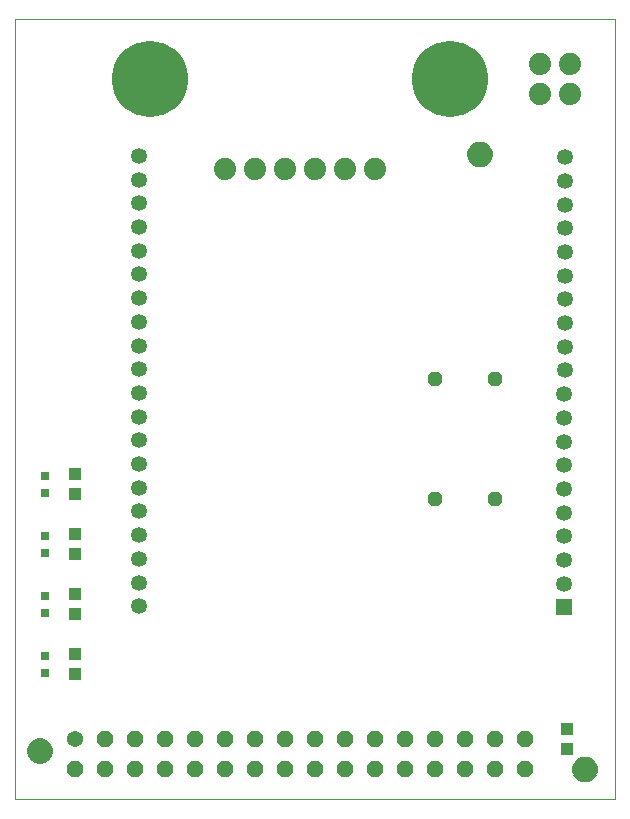
<source format=gts>
G75*
%MOIN*%
%OFA0B0*%
%FSLAX24Y24*%
%IPPOS*%
%LPD*%
%AMOC8*
5,1,8,0,0,1.08239X$1,22.5*
%
%ADD10C,0.0000*%
%ADD11C,0.2540*%
%ADD12C,0.1260*%
%ADD13C,0.0540*%
%ADD14OC8,0.0540*%
%ADD15R,0.0531X0.0531*%
%ADD16C,0.0531*%
%ADD17R,0.0394X0.0433*%
%ADD18OC8,0.0480*%
%ADD19R,0.0315X0.0315*%
%ADD20C,0.0740*%
%ADD21C,0.0050*%
D10*
X006110Y000150D02*
X006110Y026150D01*
X026110Y026150D01*
X026110Y017350D01*
X026109Y000148D01*
X006110Y000150D01*
X009980Y024150D02*
X009982Y024200D01*
X009988Y024250D01*
X009998Y024299D01*
X010012Y024347D01*
X010029Y024394D01*
X010050Y024439D01*
X010075Y024483D01*
X010103Y024524D01*
X010135Y024563D01*
X010169Y024600D01*
X010206Y024634D01*
X010246Y024664D01*
X010288Y024691D01*
X010332Y024715D01*
X010378Y024736D01*
X010425Y024752D01*
X010473Y024765D01*
X010523Y024774D01*
X010572Y024779D01*
X010623Y024780D01*
X010673Y024777D01*
X010722Y024770D01*
X010771Y024759D01*
X010819Y024744D01*
X010865Y024726D01*
X010910Y024704D01*
X010953Y024678D01*
X010994Y024649D01*
X011033Y024617D01*
X011069Y024582D01*
X011101Y024544D01*
X011131Y024504D01*
X011158Y024461D01*
X011181Y024417D01*
X011200Y024371D01*
X011216Y024323D01*
X011228Y024274D01*
X011236Y024225D01*
X011240Y024175D01*
X011240Y024125D01*
X011236Y024075D01*
X011228Y024026D01*
X011216Y023977D01*
X011200Y023929D01*
X011181Y023883D01*
X011158Y023839D01*
X011131Y023796D01*
X011101Y023756D01*
X011069Y023718D01*
X011033Y023683D01*
X010994Y023651D01*
X010953Y023622D01*
X010910Y023596D01*
X010865Y023574D01*
X010819Y023556D01*
X010771Y023541D01*
X010722Y023530D01*
X010673Y023523D01*
X010623Y023520D01*
X010572Y023521D01*
X010523Y023526D01*
X010473Y023535D01*
X010425Y023548D01*
X010378Y023564D01*
X010332Y023585D01*
X010288Y023609D01*
X010246Y023636D01*
X010206Y023666D01*
X010169Y023700D01*
X010135Y023737D01*
X010103Y023776D01*
X010075Y023817D01*
X010050Y023861D01*
X010029Y023906D01*
X010012Y023953D01*
X009998Y024001D01*
X009988Y024050D01*
X009982Y024100D01*
X009980Y024150D01*
X019980Y024150D02*
X019982Y024200D01*
X019988Y024250D01*
X019998Y024299D01*
X020012Y024347D01*
X020029Y024394D01*
X020050Y024439D01*
X020075Y024483D01*
X020103Y024524D01*
X020135Y024563D01*
X020169Y024600D01*
X020206Y024634D01*
X020246Y024664D01*
X020288Y024691D01*
X020332Y024715D01*
X020378Y024736D01*
X020425Y024752D01*
X020473Y024765D01*
X020523Y024774D01*
X020572Y024779D01*
X020623Y024780D01*
X020673Y024777D01*
X020722Y024770D01*
X020771Y024759D01*
X020819Y024744D01*
X020865Y024726D01*
X020910Y024704D01*
X020953Y024678D01*
X020994Y024649D01*
X021033Y024617D01*
X021069Y024582D01*
X021101Y024544D01*
X021131Y024504D01*
X021158Y024461D01*
X021181Y024417D01*
X021200Y024371D01*
X021216Y024323D01*
X021228Y024274D01*
X021236Y024225D01*
X021240Y024175D01*
X021240Y024125D01*
X021236Y024075D01*
X021228Y024026D01*
X021216Y023977D01*
X021200Y023929D01*
X021181Y023883D01*
X021158Y023839D01*
X021131Y023796D01*
X021101Y023756D01*
X021069Y023718D01*
X021033Y023683D01*
X020994Y023651D01*
X020953Y023622D01*
X020910Y023596D01*
X020865Y023574D01*
X020819Y023556D01*
X020771Y023541D01*
X020722Y023530D01*
X020673Y023523D01*
X020623Y023520D01*
X020572Y023521D01*
X020523Y023526D01*
X020473Y023535D01*
X020425Y023548D01*
X020378Y023564D01*
X020332Y023585D01*
X020288Y023609D01*
X020246Y023636D01*
X020206Y023666D01*
X020169Y023700D01*
X020135Y023737D01*
X020103Y023776D01*
X020075Y023817D01*
X020050Y023861D01*
X020029Y023906D01*
X020012Y023953D01*
X019998Y024001D01*
X019988Y024050D01*
X019982Y024100D01*
X019980Y024150D01*
D11*
X020610Y024150D03*
X010610Y024150D03*
D12*
X010610Y024150D03*
X020610Y024150D03*
D13*
X008110Y002150D03*
D14*
X008110Y001150D03*
X009110Y001150D03*
X010110Y001150D03*
X010110Y002150D03*
X009110Y002150D03*
X011110Y002150D03*
X012110Y002150D03*
X012110Y001150D03*
X011110Y001150D03*
X013110Y001150D03*
X014110Y001150D03*
X014110Y002150D03*
X013110Y002150D03*
X015110Y002150D03*
X016110Y002150D03*
X016110Y001150D03*
X015110Y001150D03*
X017110Y001150D03*
X018110Y001150D03*
X018110Y002150D03*
X017110Y002150D03*
X019110Y002150D03*
X020110Y002150D03*
X020110Y001150D03*
X019110Y001150D03*
X021110Y001150D03*
X022110Y001150D03*
X022110Y002150D03*
X021110Y002150D03*
X023110Y002150D03*
X023110Y001150D03*
D15*
X024410Y006550D03*
D16*
X024410Y007340D03*
X024410Y008130D03*
X024410Y008920D03*
X024410Y009710D03*
X024410Y010500D03*
X024410Y011290D03*
X024410Y012080D03*
X024410Y012870D03*
X024410Y013660D03*
X024430Y014450D03*
X024430Y015240D03*
X024430Y016030D03*
X024430Y016820D03*
X024430Y017610D03*
X024430Y018400D03*
X024430Y019190D03*
X024430Y019980D03*
X024430Y020770D03*
X024430Y021560D03*
X010250Y021600D03*
X010250Y020810D03*
X010250Y020020D03*
X010250Y019230D03*
X010250Y018440D03*
X010250Y017650D03*
X010250Y016860D03*
X010250Y016070D03*
X010250Y015280D03*
X010250Y014490D03*
X010230Y013700D03*
X010230Y012910D03*
X010230Y012120D03*
X010230Y011330D03*
X010230Y010540D03*
X010230Y009750D03*
X010230Y008960D03*
X010230Y008170D03*
X010230Y007380D03*
X010230Y006590D03*
D17*
X008110Y006315D03*
X008110Y006985D03*
X008110Y008315D03*
X008110Y008985D03*
X008110Y010315D03*
X008110Y010985D03*
X008110Y004985D03*
X008110Y004315D03*
X024510Y002485D03*
X024510Y001815D03*
D18*
X022110Y010150D03*
X020110Y010150D03*
X020110Y014150D03*
X022110Y014150D03*
D19*
X007110Y010945D03*
X007110Y010355D03*
X007110Y008945D03*
X007110Y008355D03*
X007110Y006945D03*
X007110Y006355D03*
X007110Y004945D03*
X007110Y004355D03*
D20*
X013110Y021150D03*
X014110Y021150D03*
X015110Y021150D03*
X016110Y021150D03*
X017110Y021150D03*
X018110Y021150D03*
X023610Y023650D03*
X023610Y024650D03*
X024610Y024650D03*
X024610Y023650D03*
D21*
X021951Y021847D02*
X021912Y021903D01*
X021863Y021952D01*
X021807Y021991D01*
X021745Y022020D01*
X021678Y022038D01*
X021610Y022044D01*
X021542Y022038D01*
X021475Y022020D01*
X021413Y021991D01*
X021357Y021952D01*
X021308Y021903D01*
X021269Y021847D01*
X021240Y021785D01*
X021222Y021718D01*
X021216Y021650D01*
X021222Y021582D01*
X021240Y021515D01*
X021269Y021453D01*
X021308Y021397D01*
X021357Y021348D01*
X021413Y021309D01*
X021475Y021280D01*
X021542Y021262D01*
X021610Y021256D01*
X021678Y021262D01*
X021745Y021280D01*
X021807Y021309D01*
X021863Y021348D01*
X021912Y021397D01*
X021951Y021453D01*
X021980Y021515D01*
X021998Y021582D01*
X022004Y021650D01*
X021998Y021718D01*
X021980Y021785D01*
X021951Y021847D01*
X021959Y021830D02*
X021261Y021830D01*
X021239Y021781D02*
X021981Y021781D01*
X021994Y021733D02*
X021226Y021733D01*
X021219Y021684D02*
X022001Y021684D01*
X022002Y021636D02*
X021218Y021636D01*
X021222Y021587D02*
X021998Y021587D01*
X021986Y021539D02*
X021234Y021539D01*
X021252Y021490D02*
X021968Y021490D01*
X021943Y021442D02*
X021277Y021442D01*
X021312Y021393D02*
X021908Y021393D01*
X021858Y021345D02*
X021362Y021345D01*
X021441Y021296D02*
X021779Y021296D01*
X021929Y021878D02*
X021291Y021878D01*
X021332Y021927D02*
X021888Y021927D01*
X021829Y021975D02*
X021391Y021975D01*
X021489Y022024D02*
X021731Y022024D01*
X007137Y002101D02*
X007075Y002130D01*
X007008Y002148D01*
X006940Y002154D01*
X006872Y002148D01*
X006805Y002130D01*
X006743Y002101D01*
X006687Y002062D01*
X006638Y002013D01*
X006599Y001957D01*
X006570Y001895D01*
X006552Y001828D01*
X006546Y001760D01*
X006552Y001692D01*
X006570Y001625D01*
X006599Y001563D01*
X006638Y001507D01*
X006687Y001458D01*
X006743Y001419D01*
X006805Y001390D01*
X006872Y001372D01*
X006940Y001366D01*
X007008Y001372D01*
X007075Y001390D01*
X007137Y001419D01*
X007193Y001458D01*
X007242Y001507D01*
X007281Y001563D01*
X007310Y001625D01*
X007328Y001692D01*
X007334Y001760D01*
X007328Y001828D01*
X007310Y001895D01*
X007281Y001957D01*
X007242Y002013D01*
X007193Y002062D01*
X007137Y002101D01*
X007152Y002090D02*
X006728Y002090D01*
X006667Y002042D02*
X007213Y002042D01*
X007256Y001993D02*
X006624Y001993D01*
X006593Y001945D02*
X007287Y001945D01*
X007309Y001896D02*
X006571Y001896D01*
X006557Y001848D02*
X007323Y001848D01*
X007330Y001799D02*
X006550Y001799D01*
X006547Y001751D02*
X007333Y001751D01*
X007329Y001702D02*
X006551Y001702D01*
X006562Y001654D02*
X007318Y001654D01*
X007300Y001605D02*
X006580Y001605D01*
X006604Y001557D02*
X007276Y001557D01*
X007242Y001508D02*
X006638Y001508D01*
X006686Y001460D02*
X007194Y001460D01*
X007120Y001411D02*
X006760Y001411D01*
X006837Y002139D02*
X007043Y002139D01*
X024716Y001150D02*
X024722Y001218D01*
X024740Y001285D01*
X024769Y001347D01*
X024808Y001403D01*
X024857Y001452D01*
X024913Y001491D01*
X024975Y001520D01*
X025042Y001538D01*
X025110Y001544D01*
X025178Y001538D01*
X025245Y001520D01*
X025307Y001491D01*
X025363Y001452D01*
X025412Y001403D01*
X025451Y001347D01*
X025480Y001285D01*
X025498Y001218D01*
X025504Y001150D01*
X025498Y001082D01*
X025480Y001015D01*
X025451Y000953D01*
X025412Y000897D01*
X025363Y000848D01*
X025307Y000809D01*
X025245Y000780D01*
X025178Y000762D01*
X025110Y000756D01*
X025042Y000762D01*
X024975Y000780D01*
X024913Y000809D01*
X024857Y000848D01*
X024808Y000897D01*
X024769Y000953D01*
X024740Y001015D01*
X024722Y001082D01*
X024716Y001150D01*
X024718Y001169D02*
X025502Y001169D01*
X025498Y001217D02*
X024722Y001217D01*
X024735Y001266D02*
X025485Y001266D01*
X025466Y001314D02*
X024754Y001314D01*
X024780Y001363D02*
X025440Y001363D01*
X025404Y001411D02*
X024816Y001411D01*
X024868Y001460D02*
X025352Y001460D01*
X025270Y001508D02*
X024950Y001508D01*
X024719Y001120D02*
X025501Y001120D01*
X025495Y001072D02*
X024725Y001072D01*
X024738Y001023D02*
X025482Y001023D01*
X025461Y000975D02*
X024759Y000975D01*
X024788Y000926D02*
X025432Y000926D01*
X025392Y000878D02*
X024828Y000878D01*
X024885Y000829D02*
X025335Y000829D01*
X025246Y000781D02*
X024974Y000781D01*
M02*

</source>
